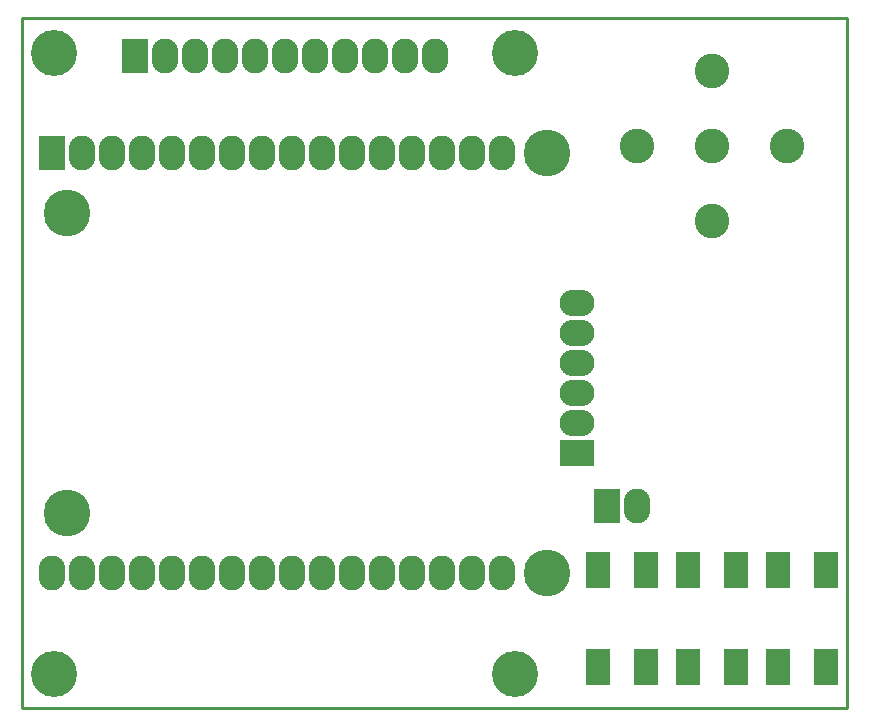
<source format=gts>
G04 #@! TF.FileFunction,Soldermask,Top*
%FSLAX46Y46*%
G04 Gerber Fmt 4.6, Leading zero omitted, Abs format (unit mm)*
G04 Created by KiCad (PCBNEW 4.1.0-alpha+201608211231+7083~46~ubuntu16.04.1-product) date Fri Aug 26 15:46:51 2016*
%MOMM*%
%LPD*%
G01*
G04 APERTURE LIST*
%ADD10C,0.100000*%
%ADD11C,0.228600*%
%ADD12R,2.940000X2.254200*%
%ADD13O,2.940000X2.254200*%
%ADD14C,2.940000*%
%ADD15O,2.254200X2.940000*%
%ADD16R,2.254200X2.940000*%
%ADD17C,3.956000*%
%ADD18R,1.990040X3.067000*%
%ADD19C,3.900000*%
G04 APERTURE END LIST*
D10*
D11*
X143510000Y-70485000D02*
X73660000Y-70485000D01*
X143510000Y-128905000D02*
X143510000Y-70485000D01*
X73660000Y-128905000D02*
X143510000Y-128905000D01*
X73660000Y-70485000D02*
X73660000Y-128905000D01*
D12*
X120650000Y-107315000D03*
D13*
X120650000Y-104775000D03*
X120650000Y-102235000D03*
X120650000Y-99695000D03*
X120650000Y-97155000D03*
X120650000Y-94615000D03*
D14*
X132080000Y-81280000D03*
X132080000Y-74930000D03*
X132080000Y-87630000D03*
X125730000Y-81280000D03*
X138430000Y-81280000D03*
D15*
X78740000Y-81915000D03*
X81280000Y-81915000D03*
D16*
X76200000Y-81915000D03*
D15*
X83820000Y-81915000D03*
X86360000Y-81915000D03*
X88900000Y-81915000D03*
X91440000Y-81915000D03*
X93980000Y-81915000D03*
X96520000Y-81915000D03*
X99060000Y-81915000D03*
X101600000Y-81915000D03*
X104140000Y-81915000D03*
X106680000Y-81915000D03*
X109220000Y-81915000D03*
X111760000Y-81915000D03*
X114300000Y-81915000D03*
X114300000Y-117475000D03*
X111760000Y-117475000D03*
X109220000Y-117475000D03*
X106680000Y-117475000D03*
X104140000Y-117475000D03*
X101600000Y-117475000D03*
X99060000Y-117475000D03*
X96520000Y-117475000D03*
X93980000Y-117475000D03*
X91440000Y-117475000D03*
X88900000Y-117475000D03*
X86360000Y-117475000D03*
X83820000Y-117475000D03*
X81280000Y-117475000D03*
X78740000Y-117475000D03*
X76200000Y-117475000D03*
D17*
X77470000Y-86995000D03*
X77470000Y-112395000D03*
X118110000Y-117475000D03*
X118110000Y-81915000D03*
D15*
X125730000Y-111760000D03*
D16*
X123190000Y-111760000D03*
D18*
X122461020Y-117157500D03*
X122461020Y-125412500D03*
X126458980Y-117157500D03*
X126458980Y-125412500D03*
X130081020Y-117157500D03*
X130081020Y-125412500D03*
X134078980Y-117157500D03*
X134078980Y-125412500D03*
X137701020Y-117157500D03*
X137701020Y-125412500D03*
X141698980Y-117157500D03*
X141698980Y-125412500D03*
D19*
X76335000Y-73395000D03*
X115435000Y-73395000D03*
X115435000Y-125995000D03*
X76335000Y-125995000D03*
D16*
X83185000Y-73695000D03*
D15*
X85725000Y-73695000D03*
X88265000Y-73695000D03*
X90805000Y-73695000D03*
X93345000Y-73695000D03*
X95885000Y-73695000D03*
X98425000Y-73695000D03*
X100965000Y-73695000D03*
X103505000Y-73695000D03*
X106045000Y-73695000D03*
X108585000Y-73695000D03*
M02*

</source>
